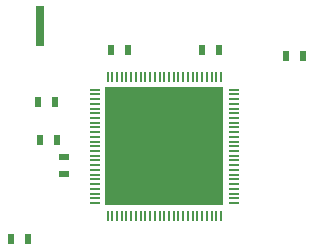
<source format=gtp>
G04*
G04 #@! TF.GenerationSoftware,Altium Limited,Altium Designer,24.6.1 (21)*
G04*
G04 Layer_Color=8421504*
%FSLAX25Y25*%
%MOIN*%
G70*
G04*
G04 #@! TF.SameCoordinates,067462B6-B514-4C86-AA71-8EC8C8ED5DA5*
G04*
G04*
G04 #@! TF.FilePolarity,Positive*
G04*
G01*
G75*
%ADD16R,0.03110X0.13346*%
%ADD17R,0.02165X0.03543*%
%ADD18R,0.39764X0.39764*%
%ADD19O,0.00787X0.03347*%
%ADD20O,0.03347X0.00787*%
%ADD21R,0.03543X0.02165*%
D16*
X21654Y87795D02*
D03*
D17*
X103425Y77953D02*
D03*
X109173D02*
D03*
X75472Y79921D02*
D03*
X81221D02*
D03*
X50906D02*
D03*
X45158D02*
D03*
X17559Y16929D02*
D03*
X11811D02*
D03*
X21535Y50000D02*
D03*
X27283D02*
D03*
X26496Y62598D02*
D03*
X20748D02*
D03*
D18*
X62992Y47736D02*
D03*
D19*
X44094Y70965D02*
D03*
X45669D02*
D03*
X47244D02*
D03*
X48819D02*
D03*
X50394D02*
D03*
X51968D02*
D03*
X53543D02*
D03*
X55118D02*
D03*
X56693D02*
D03*
X58268D02*
D03*
X59842D02*
D03*
X61417D02*
D03*
X62992D02*
D03*
X64567D02*
D03*
X66142D02*
D03*
X67716D02*
D03*
X69291D02*
D03*
X70866D02*
D03*
X72441D02*
D03*
X74016D02*
D03*
X75590D02*
D03*
X77165D02*
D03*
X78740D02*
D03*
X80315D02*
D03*
X81890D02*
D03*
Y24508D02*
D03*
X80315D02*
D03*
X78740D02*
D03*
X77165D02*
D03*
X75590D02*
D03*
X74016D02*
D03*
X72441D02*
D03*
X70866D02*
D03*
X69291D02*
D03*
X67716D02*
D03*
X66142D02*
D03*
X64567D02*
D03*
X62992D02*
D03*
X61417D02*
D03*
X59842D02*
D03*
X58268D02*
D03*
X56693D02*
D03*
X55118D02*
D03*
X53543D02*
D03*
X51968D02*
D03*
X50394D02*
D03*
X48819D02*
D03*
X47244D02*
D03*
X45669D02*
D03*
X44094D02*
D03*
D20*
X86221Y66634D02*
D03*
Y65059D02*
D03*
Y63484D02*
D03*
Y61910D02*
D03*
Y60335D02*
D03*
Y58760D02*
D03*
Y57185D02*
D03*
Y55610D02*
D03*
Y54035D02*
D03*
Y52461D02*
D03*
Y50886D02*
D03*
Y49311D02*
D03*
Y47736D02*
D03*
Y46161D02*
D03*
Y44587D02*
D03*
Y43012D02*
D03*
Y41437D02*
D03*
Y39862D02*
D03*
Y38287D02*
D03*
Y36713D02*
D03*
Y35138D02*
D03*
Y33563D02*
D03*
Y31988D02*
D03*
Y30413D02*
D03*
Y28839D02*
D03*
X39764D02*
D03*
Y30413D02*
D03*
Y31988D02*
D03*
Y33563D02*
D03*
Y35138D02*
D03*
Y36713D02*
D03*
Y38287D02*
D03*
Y39862D02*
D03*
Y41437D02*
D03*
Y43012D02*
D03*
Y44587D02*
D03*
Y46161D02*
D03*
Y47736D02*
D03*
Y49311D02*
D03*
Y50886D02*
D03*
Y52461D02*
D03*
Y54035D02*
D03*
Y55610D02*
D03*
Y57185D02*
D03*
Y58760D02*
D03*
Y60335D02*
D03*
Y61910D02*
D03*
Y63484D02*
D03*
Y65059D02*
D03*
Y66634D02*
D03*
D21*
X29528Y38465D02*
D03*
Y44213D02*
D03*
M02*

</source>
